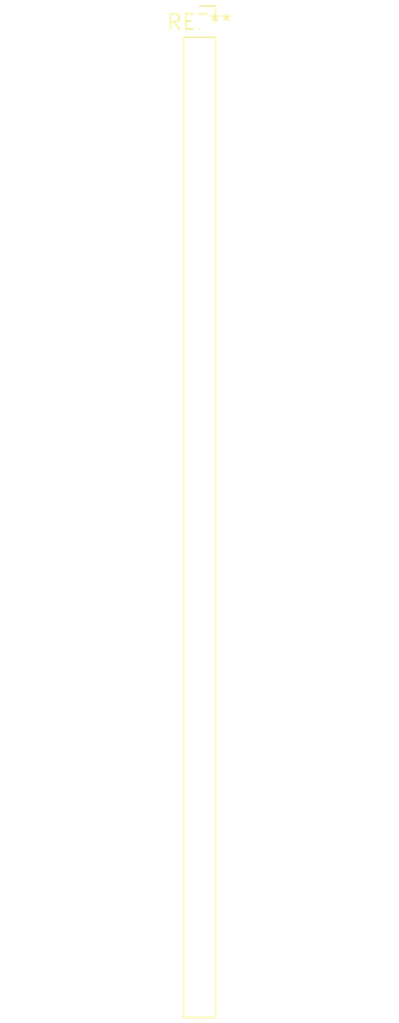
<source format=kicad_pcb>
(kicad_pcb (version 20240108) (generator pcbnew)
  (layers (0 "F.Cu" signal) (31 "B.Cu" signal) (34 "B.Paste" user) (35 "F.Paste" user) (36 "B.SilkS" user "B.Silkscreen") (37 "F.SilkS" user "F.Silkscreen") (38 "B.Mask" user) (39 "F.Mask" user) (44 "Edge.Cuts" user))
  (net 0 "")
  (footprint "PinSocket_1x33_P2.54mm_Vertical" (layer "F.Cu") (at 0 0)
    (property "Reference" "REF**")
    (property "Value" "PinSocket_1x33_P2.54mm_Vertical")
    (fp_line (start -1.33 1.27) (end -1.33 82.61) (layer "F.SilkS") (stroke (width 0.12)))
    (fp_line (start -1.33 1.27) (end 1.33 1.27) (layer "F.SilkS") (stroke (width 0.12)))
    (fp_line (start -1.33 82.61) (end 1.33 82.61) (layer "F.SilkS") (stroke (width 0.12)))
    (fp_line (start 0 -1.33) (end 1.33 -1.33) (layer "F.SilkS") (stroke (width 0.12)))
    (fp_line (start 1.33 -1.33) (end 1.33 0) (layer "F.SilkS") (stroke (width 0.12)))
    (fp_line (start 1.33 1.27) (end 1.33 82.61) (layer "F.SilkS") (stroke (width 0.12)))
    (pad "1" thru_hole rect (at 0 0) (size 1.7 1.7) (drill 1) (layers *.Cu *.Mask) (remove_unused_layers))
    (pad "2" thru_hole oval (at 0 2.54) (size 1.7 1.7) (drill 1) (layers *.Cu *.Mask) (remove_unused_layers))
    (pad "3" thru_hole oval (at 0 5.08) (size 1.7 1.7) (drill 1) (layers *.Cu *.Mask) (remove_unused_layers))
    (pad "4" thru_hole oval (at 0 7.62) (size 1.7 1.7) (drill 1) (layers *.Cu *.Mask) (remove_unused_layers))
    (pad "5" thru_hole oval (at 0 10.16) (size 1.7 1.7) (drill 1) (layers *.Cu *.Mask) (remove_unused_layers))
    (pad "6" thru_hole oval (at 0 12.7) (size 1.7 1.7) (drill 1) (layers *.Cu *.Mask) (remove_unused_layers))
    (pad "7" thru_hole oval (at 0 15.24) (size 1.7 1.7) (drill 1) (layers *.Cu *.Mask) (remove_unused_layers))
    (pad "8" thru_hole oval (at 0 17.78) (size 1.7 1.7) (drill 1) (layers *.Cu *.Mask) (remove_unused_layers))
    (pad "9" thru_hole oval (at 0 20.32) (size 1.7 1.7) (drill 1) (layers *.Cu *.Mask) (remove_unused_layers))
    (pad "10" thru_hole oval (at 0 22.86) (size 1.7 1.7) (drill 1) (layers *.Cu *.Mask) (remove_unused_layers))
    (pad "11" thru_hole oval (at 0 25.4) (size 1.7 1.7) (drill 1) (layers *.Cu *.Mask) (remove_unused_layers))
    (pad "12" thru_hole oval (at 0 27.94) (size 1.7 1.7) (drill 1) (layers *.Cu *.Mask) (remove_unused_layers))
    (pad "13" thru_hole oval (at 0 30.48) (size 1.7 1.7) (drill 1) (layers *.Cu *.Mask) (remove_unused_layers))
    (pad "14" thru_hole oval (at 0 33.02) (size 1.7 1.7) (drill 1) (layers *.Cu *.Mask) (remove_unused_layers))
    (pad "15" thru_hole oval (at 0 35.56) (size 1.7 1.7) (drill 1) (layers *.Cu *.Mask) (remove_unused_layers))
    (pad "16" thru_hole oval (at 0 38.1) (size 1.7 1.7) (drill 1) (layers *.Cu *.Mask) (remove_unused_layers))
    (pad "17" thru_hole oval (at 0 40.64) (size 1.7 1.7) (drill 1) (layers *.Cu *.Mask) (remove_unused_layers))
    (pad "18" thru_hole oval (at 0 43.18) (size 1.7 1.7) (drill 1) (layers *.Cu *.Mask) (remove_unused_layers))
    (pad "19" thru_hole oval (at 0 45.72) (size 1.7 1.7) (drill 1) (layers *.Cu *.Mask) (remove_unused_layers))
    (pad "20" thru_hole oval (at 0 48.26) (size 1.7 1.7) (drill 1) (layers *.Cu *.Mask) (remove_unused_layers))
    (pad "21" thru_hole oval (at 0 50.8) (size 1.7 1.7) (drill 1) (layers *.Cu *.Mask) (remove_unused_layers))
    (pad "22" thru_hole oval (at 0 53.34) (size 1.7 1.7) (drill 1) (layers *.Cu *.Mask) (remove_unused_layers))
    (pad "23" thru_hole oval (at 0 55.88) (size 1.7 1.7) (drill 1) (layers *.Cu *.Mask) (remove_unused_layers))
    (pad "24" thru_hole oval (at 0 58.42) (size 1.7 1.7) (drill 1) (layers *.Cu *.Mask) (remove_unused_layers))
    (pad "25" thru_hole oval (at 0 60.96) (size 1.7 1.7) (drill 1) (layers *.Cu *.Mask) (remove_unused_layers))
    (pad "26" thru_hole oval (at 0 63.5) (size 1.7 1.7) (drill 1) (layers *.Cu *.Mask) (remove_unused_layers))
    (pad "27" thru_hole oval (at 0 66.04) (size 1.7 1.7) (drill 1) (layers *.Cu *.Mask) (remove_unused_layers))
    (pad "28" thru_hole oval (at 0 68.58) (size 1.7 1.7) (drill 1) (layers *.Cu *.Mask) (remove_unused_layers))
    (pad "29" thru_hole oval (at 0 71.12) (size 1.7 1.7) (drill 1) (layers *.Cu *.Mask) (remove_unused_layers))
    (pad "30" thru_hole oval (at 0 73.66) (size 1.7 1.7) (drill 1) (layers *.Cu *.Mask) (remove_unused_layers))
    (pad "31" thru_hole oval (at 0 76.2) (size 1.7 1.7) (drill 1) (layers *.Cu *.Mask) (remove_unused_layers))
    (pad "32" thru_hole oval (at 0 78.74) (size 1.7 1.7) (drill 1) (layers *.Cu *.Mask) (remove_unused_layers))
    (pad "33" thru_hole oval (at 0 81.28) (size 1.7 1.7) (drill 1) (layers *.Cu *.Mask) (remove_unused_layers))
  )
)
</source>
